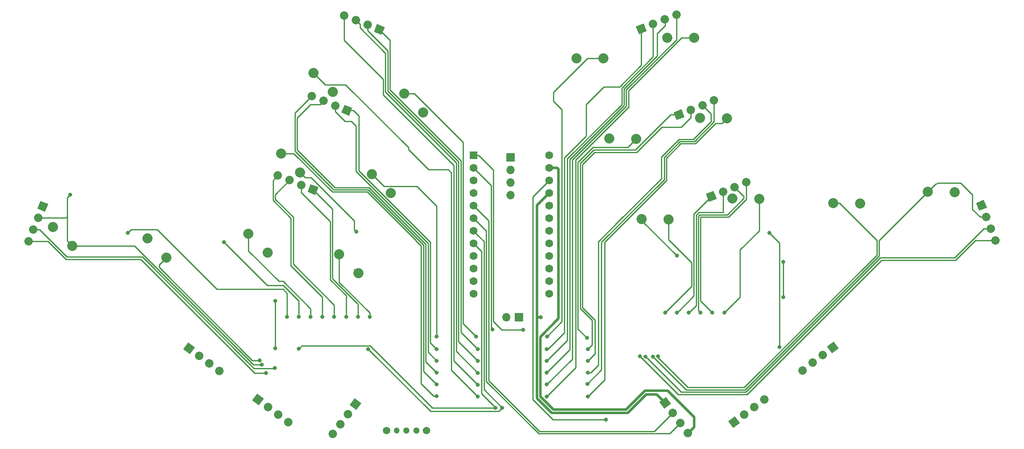
<source format=gbr>
G04 #@! TF.GenerationSoftware,KiCad,Pcbnew,(5.1.4)-1*
G04 #@! TF.CreationDate,2022-12-17T19:56:19-05:00*
G04 #@! TF.ProjectId,ThumbsUp,5468756d-6273-4557-902e-6b696361645f,rev?*
G04 #@! TF.SameCoordinates,Original*
G04 #@! TF.FileFunction,Copper,L1,Top*
G04 #@! TF.FilePolarity,Positive*
%FSLAX46Y46*%
G04 Gerber Fmt 4.6, Leading zero omitted, Abs format (unit mm)*
G04 Created by KiCad (PCBNEW (5.1.4)-1) date 2022-12-17 19:56:19*
%MOMM*%
%LPD*%
G04 APERTURE LIST*
%ADD10O,1.700000X1.700000*%
%ADD11R,1.700000X1.700000*%
%ADD12C,1.500000*%
%ADD13C,1.200000*%
%ADD14C,1.300000*%
%ADD15C,1.600000*%
%ADD16R,1.600000X1.600000*%
%ADD17C,1.700000*%
%ADD18C,1.700000*%
%ADD19C,0.100000*%
%ADD20C,2.032000*%
%ADD21C,0.800000*%
%ADD22C,0.508000*%
%ADD23C,0.250000*%
%ADD24C,0.254000*%
G04 APERTURE END LIST*
D10*
X145810000Y-204880000D03*
D11*
X148350000Y-204880000D03*
D12*
X121690000Y-227750000D03*
X129690000Y-227750000D03*
D13*
X123690000Y-227750000D03*
D14*
X125690000Y-227750000D03*
X127690000Y-227750000D03*
D15*
X154432000Y-172212000D03*
X154432000Y-174752000D03*
X154432000Y-177292000D03*
X154432000Y-179832000D03*
X154432000Y-182372000D03*
X154432000Y-184912000D03*
X154432000Y-187452000D03*
X154432000Y-189992000D03*
X154432000Y-192532000D03*
X154432000Y-195072000D03*
X154432000Y-197612000D03*
X154432000Y-200152000D03*
X139192000Y-200152000D03*
X139192000Y-197612000D03*
X139192000Y-195072000D03*
X139192000Y-192532000D03*
X139192000Y-189992000D03*
X139192000Y-187452000D03*
X139192000Y-184912000D03*
X139192000Y-182372000D03*
X139192000Y-179832000D03*
X139192000Y-177292000D03*
X139192000Y-174752000D03*
D16*
X139192000Y-172212000D03*
D17*
X194165141Y-177645498D03*
D18*
X194165141Y-177645498D02*
X194165141Y-177645498D01*
D17*
X191810094Y-178596999D03*
D18*
X191810094Y-178596999D02*
X191810094Y-178596999D01*
D17*
X189455047Y-179548499D03*
D18*
X189455047Y-179548499D02*
X189455047Y-179548499D01*
D17*
X187100000Y-180500000D03*
D19*
G36*
X188206522Y-180969691D02*
G01*
X186630309Y-181606522D01*
X185993478Y-180030309D01*
X187569691Y-179393478D01*
X188206522Y-180969691D01*
X188206522Y-180969691D01*
G37*
D17*
X241528381Y-182311090D03*
D19*
G36*
X241058690Y-183417612D02*
G01*
X240421859Y-181841399D01*
X241998072Y-181204568D01*
X242634903Y-182780781D01*
X241058690Y-183417612D01*
X241058690Y-183417612D01*
G37*
D17*
X242479882Y-184666137D03*
D18*
X242479882Y-184666137D02*
X242479882Y-184666137D01*
D17*
X243431382Y-187021184D03*
D18*
X243431382Y-187021184D02*
X243431382Y-187021184D01*
D17*
X244382883Y-189376231D03*
D18*
X244382883Y-189376231D02*
X244382883Y-189376231D01*
D17*
X172994345Y-146690649D03*
D19*
G36*
X174100867Y-147160340D02*
G01*
X172524654Y-147797171D01*
X171887823Y-146220958D01*
X173464036Y-145584127D01*
X174100867Y-147160340D01*
X174100867Y-147160340D01*
G37*
D17*
X175349392Y-145739148D03*
D18*
X175349392Y-145739148D02*
X175349392Y-145739148D01*
D17*
X177704439Y-144787648D03*
D18*
X177704439Y-144787648D02*
X177704439Y-144787648D01*
D17*
X180059486Y-143836147D03*
D18*
X180059486Y-143836147D02*
X180059486Y-143836147D01*
D17*
X180600000Y-164000000D03*
D19*
G36*
X181706522Y-164469691D02*
G01*
X180130309Y-165106522D01*
X179493478Y-163530309D01*
X181069691Y-162893478D01*
X181706522Y-164469691D01*
X181706522Y-164469691D01*
G37*
D17*
X182955047Y-163048499D03*
D18*
X182955047Y-163048499D02*
X182955047Y-163048499D01*
D17*
X185310094Y-162096999D03*
D18*
X185310094Y-162096999D02*
X185310094Y-162096999D01*
D17*
X187665141Y-161145498D03*
D18*
X187665141Y-161145498D02*
X187665141Y-161145498D01*
D17*
X182393643Y-228262834D03*
D18*
X182393643Y-228262834D02*
X182393643Y-228262834D01*
D17*
X180865033Y-226234299D03*
D18*
X180865033Y-226234299D02*
X180865033Y-226234299D01*
D17*
X179336423Y-224205765D03*
D18*
X179336423Y-224205765D02*
X179336423Y-224205765D01*
D17*
X177807813Y-222177231D03*
D19*
G36*
X177640516Y-223367614D02*
G01*
X176617430Y-222009934D01*
X177975110Y-220986848D01*
X178998196Y-222344528D01*
X177640516Y-223367614D01*
X177640516Y-223367614D01*
G37*
D20*
X236133916Y-179637189D03*
X230711323Y-179563136D03*
X183659694Y-148529216D03*
X178237101Y-148455163D03*
X190215309Y-164754933D03*
X184792716Y-164680880D03*
X196770924Y-180980651D03*
X191348331Y-180906598D03*
X217107982Y-181931492D03*
X211685389Y-181857439D03*
D17*
X205515141Y-215597906D03*
D18*
X205515141Y-215597906D02*
X205515141Y-215597906D01*
D17*
X207543676Y-214069296D03*
D18*
X207543676Y-214069296D02*
X207543676Y-214069296D01*
D17*
X209572210Y-212540686D03*
D18*
X209572210Y-212540686D02*
X209572210Y-212540686D01*
D17*
X211600744Y-211012076D03*
D19*
G36*
X210410361Y-210844779D02*
G01*
X211768041Y-209821693D01*
X212791127Y-211179373D01*
X211433447Y-212202459D01*
X210410361Y-210844779D01*
X210410361Y-210844779D01*
G37*
D17*
X87992618Y-215751511D03*
D18*
X87992618Y-215751511D02*
X87992618Y-215751511D01*
D17*
X85964083Y-214222901D03*
D18*
X85964083Y-214222901D02*
X85964083Y-214222901D01*
D17*
X83935549Y-212694291D03*
D18*
X83935549Y-212694291D02*
X83935549Y-212694291D01*
D17*
X81907015Y-211165681D03*
D19*
G36*
X82074312Y-212356064D02*
G01*
X80716632Y-211332978D01*
X81739718Y-209975298D01*
X83097398Y-210998384D01*
X82074312Y-212356064D01*
X82074312Y-212356064D01*
G37*
D17*
X52395205Y-182503276D03*
D19*
G36*
X51288683Y-182972967D02*
G01*
X51925514Y-181396754D01*
X53501727Y-182033585D01*
X52864896Y-183609798D01*
X51288683Y-182972967D01*
X51288683Y-182972967D01*
G37*
D17*
X51443704Y-184858323D03*
D18*
X51443704Y-184858323D02*
X51443704Y-184858323D01*
D17*
X50492204Y-187213370D03*
D18*
X50492204Y-187213370D02*
X50492204Y-187213370D01*
D17*
X49540703Y-189568417D03*
D18*
X49540703Y-189568417D02*
X49540703Y-189568417D01*
D17*
X120197799Y-146824591D03*
D19*
G36*
X119728108Y-145718069D02*
G01*
X121304321Y-146354900D01*
X120667490Y-147931113D01*
X119091277Y-147294282D01*
X119728108Y-145718069D01*
X119728108Y-145718069D01*
G37*
D17*
X117842752Y-145873090D03*
D18*
X117842752Y-145873090D02*
X117842752Y-145873090D01*
D17*
X115487705Y-144921590D03*
D18*
X115487705Y-144921590D02*
X115487705Y-144921590D01*
D17*
X113132658Y-143970089D03*
D18*
X113132658Y-143970089D02*
X113132658Y-143970089D01*
D17*
X113658765Y-163138249D03*
D19*
G36*
X113189074Y-162031727D02*
G01*
X114765287Y-162668558D01*
X114128456Y-164244771D01*
X112552243Y-163607940D01*
X113189074Y-162031727D01*
X113189074Y-162031727D01*
G37*
D17*
X111303718Y-162186748D03*
D18*
X111303718Y-162186748D02*
X111303718Y-162186748D01*
D17*
X108948671Y-161235248D03*
D18*
X108948671Y-161235248D02*
X108948671Y-161235248D01*
D17*
X106593624Y-160283747D03*
D18*
X106593624Y-160283747D02*
X106593624Y-160283747D01*
D17*
X99778867Y-176283747D03*
D18*
X99778867Y-176283747D02*
X99778867Y-176283747D01*
D17*
X102133914Y-177235248D03*
D18*
X102133914Y-177235248D02*
X102133914Y-177235248D01*
D17*
X104488961Y-178186748D03*
D18*
X104488961Y-178186748D02*
X104488961Y-178186748D01*
D17*
X106844008Y-179138249D03*
D19*
G36*
X106374317Y-178031727D02*
G01*
X107950530Y-178668558D01*
X107313699Y-180244771D01*
X105737486Y-179607940D01*
X106374317Y-178031727D01*
X106374317Y-178031727D01*
G37*
D20*
X106945799Y-155599240D03*
X110795044Y-159419359D03*
X171938588Y-168903604D03*
X166515995Y-168829551D03*
X54471576Y-186707213D03*
X58320821Y-190527332D03*
X73497510Y-189001516D03*
X77346755Y-192821635D03*
X93834568Y-188050675D03*
X97683813Y-191870794D03*
X178494203Y-185129321D03*
X173071610Y-185055268D03*
X125222520Y-159747910D03*
X129071765Y-163568029D03*
X112111289Y-192199345D03*
X115960534Y-196019464D03*
X118666904Y-175973628D03*
X122516149Y-179793747D03*
X165382973Y-152677886D03*
X159960380Y-152603833D03*
X100390183Y-171824957D03*
X104239428Y-175645076D03*
D17*
X101828320Y-226087050D03*
D18*
X101828320Y-226087050D02*
X101828320Y-226087050D01*
D17*
X99799785Y-224558440D03*
D18*
X99799785Y-224558440D02*
X99799785Y-224558440D01*
D17*
X97771251Y-223029830D03*
D18*
X97771251Y-223029830D02*
X97771251Y-223029830D01*
D17*
X95742717Y-221501220D03*
D19*
G36*
X95910014Y-222691603D02*
G01*
X94552334Y-221668517D01*
X95575420Y-220310837D01*
X96933100Y-221333923D01*
X95910014Y-222691603D01*
X95910014Y-222691603D01*
G37*
D11*
X146658765Y-172638249D03*
D10*
X146658765Y-175178249D03*
X146658765Y-177718249D03*
X146658765Y-180258249D03*
D17*
X191716901Y-226026163D03*
D19*
G36*
X192907284Y-226193460D02*
G01*
X191549604Y-227216546D01*
X190526518Y-225858866D01*
X191884198Y-224835780D01*
X192907284Y-226193460D01*
X192907284Y-226193460D01*
G37*
D17*
X193745435Y-224497553D03*
D18*
X193745435Y-224497553D02*
X193745435Y-224497553D01*
D17*
X195773969Y-222968943D03*
D18*
X195773969Y-222968943D02*
X195773969Y-222968943D01*
D17*
X197802504Y-221440333D03*
D18*
X197802504Y-221440333D02*
X197802504Y-221440333D01*
D17*
X110834284Y-228461436D03*
D18*
X110834284Y-228461436D02*
X110834284Y-228461436D01*
D17*
X112362894Y-226432901D03*
D18*
X112362894Y-226432901D02*
X112362894Y-226432901D01*
D17*
X113891504Y-224404367D03*
D18*
X113891504Y-224404367D02*
X113891504Y-224404367D01*
D17*
X115420114Y-222375833D03*
D19*
G36*
X114229731Y-222543130D02*
G01*
X115252817Y-221185450D01*
X116610497Y-222208536D01*
X115587411Y-223566216D01*
X114229731Y-222543130D01*
X114229731Y-222543130D01*
G37*
D21*
X140072750Y-218491500D03*
X149225000Y-207391000D03*
X140072750Y-216110250D03*
X140072750Y-213729000D03*
X140072750Y-211347750D03*
X131760500Y-218446750D03*
X142980000Y-207320000D03*
X131760500Y-216065500D03*
X131760500Y-213684250D03*
X131760500Y-211303000D03*
X108743750Y-204787500D03*
X117983000Y-211328000D03*
X144980013Y-223163491D03*
X111125000Y-204787500D03*
X113506250Y-204787500D03*
X115887500Y-204787500D03*
X88900000Y-189706250D03*
X103981250Y-204787500D03*
X104013004Y-211201000D03*
X143637002Y-223139000D03*
X69550000Y-187850000D03*
X101600000Y-204787500D03*
X140072750Y-220872750D03*
X131760500Y-220828000D03*
X106362500Y-204787500D03*
X139700000Y-208756250D03*
X131762500Y-208756250D03*
X118268750Y-204787500D03*
X153987500Y-208756250D03*
X162052000Y-209073750D03*
X177800000Y-203993750D03*
X153942500Y-220852750D03*
X162233750Y-220854000D03*
X189706250Y-203993750D03*
X153942500Y-218471500D03*
X153942500Y-216090250D03*
X153942500Y-213709000D03*
X153942500Y-211327750D03*
X162117966Y-218356965D03*
X162233750Y-216091500D03*
X162233750Y-213710250D03*
X162233750Y-211329000D03*
X187283098Y-203951848D03*
X184943750Y-203993750D03*
X184943750Y-203993750D03*
X182562500Y-203993750D03*
X180181250Y-203993750D03*
X96080000Y-213570000D03*
X57900000Y-180200000D03*
X96500000Y-214492990D03*
X99187000Y-215138000D03*
X97409042Y-216154000D03*
X99218750Y-201612500D03*
X99218750Y-211137500D03*
X115570000Y-187579000D03*
X198823946Y-187873946D03*
X200818750Y-210901515D03*
X180150002Y-192450000D03*
X201612500Y-193675000D03*
X201612500Y-200818750D03*
X176338135Y-212768953D03*
X175341773Y-212854314D03*
X173863000Y-212820299D03*
X172754566Y-212789862D03*
X152780000Y-204890000D03*
X165862000Y-225551966D03*
D22*
X183642000Y-227076000D02*
X182455166Y-228262834D01*
X182455166Y-228262834D02*
X182393643Y-228262834D01*
X173736000Y-219710000D02*
X178308000Y-219710000D01*
X155253672Y-223520000D02*
X169926000Y-223520000D01*
X156083000Y-174752000D02*
X156337000Y-175006000D01*
X154432000Y-174752000D02*
X156083000Y-174752000D01*
X183642000Y-225044000D02*
X183642000Y-227076000D01*
X156337000Y-175006000D02*
X156337000Y-205142828D01*
X169926000Y-223520000D02*
X173736000Y-219710000D01*
X156337000Y-205142828D02*
X152654000Y-208825828D01*
X152654000Y-208825828D02*
X152654000Y-220920328D01*
X178308000Y-219710000D02*
X183642000Y-225044000D01*
X152654000Y-220920328D02*
X155253672Y-223520000D01*
D23*
X113132658Y-145172170D02*
X113132658Y-143970089D01*
X135228761Y-175868761D02*
X135255000Y-175842522D01*
X135255000Y-175842522D02*
X135255000Y-174244000D01*
X135255000Y-174244000D02*
X120993737Y-159982737D01*
X120993737Y-159982737D02*
X120993737Y-156892837D01*
X120993737Y-156892837D02*
X113132658Y-149031758D01*
X113132658Y-149031758D02*
X113132658Y-145172170D01*
D24*
X135255000Y-213673750D02*
X135255000Y-175868761D01*
X140072750Y-218491500D02*
X135255000Y-213673750D01*
X140246000Y-172212000D02*
X139192000Y-172212000D01*
X143180000Y-175146000D02*
X140246000Y-172212000D01*
X143180000Y-205720000D02*
X143180000Y-175146000D01*
X149225000Y-207391000D02*
X144851000Y-207391000D01*
X144851000Y-207391000D02*
X143180000Y-205720000D01*
D23*
X116337704Y-145771589D02*
X115487705Y-144921590D01*
X121443748Y-151606248D02*
X116337704Y-146500204D01*
X116337704Y-146500204D02*
X116337704Y-145771589D01*
X121443748Y-159386409D02*
X121443748Y-151606248D01*
D24*
X135709010Y-173686248D02*
X121445747Y-159422985D01*
X135709010Y-211746510D02*
X135709010Y-173686248D01*
X140072750Y-216110250D02*
X135709010Y-211746510D01*
D23*
X117842752Y-147075171D02*
X117842752Y-145873090D01*
X121893759Y-151126178D02*
X117842752Y-147075171D01*
X121893759Y-159231759D02*
X121893759Y-151126178D01*
X136144000Y-173482000D02*
X121893759Y-159231759D01*
X136144000Y-173545500D02*
X136144000Y-173482000D01*
D24*
X139672751Y-213329001D02*
X140072750Y-213729000D01*
X136163021Y-173564521D02*
X136163021Y-209819271D01*
X136144000Y-173545500D02*
X136163021Y-173564521D01*
X136163021Y-209819271D02*
X139672751Y-213329001D01*
D23*
X122343770Y-153938979D02*
X122343770Y-148970562D01*
X122343770Y-148970562D02*
X120921456Y-147548248D01*
X120921456Y-147548248D02*
X120197799Y-146824591D01*
D24*
X136617032Y-173275264D02*
X122345769Y-159004001D01*
X140072750Y-211347750D02*
X136617032Y-207892032D01*
X122345769Y-159004001D02*
X122345769Y-153938979D01*
X136617032Y-207892032D02*
X136617032Y-173275264D01*
D23*
X105743625Y-161133746D02*
X106593624Y-160283747D01*
X103187500Y-163689871D02*
X105743625Y-161133746D01*
X103187500Y-171392822D02*
X103187500Y-163689871D01*
X110806689Y-179012011D02*
X103187500Y-171392822D01*
D24*
X129105010Y-190326078D02*
X117921943Y-179143011D01*
X110940516Y-179143011D02*
X110807103Y-179009598D01*
X131760500Y-218446750D02*
X129105010Y-215791260D01*
X117921943Y-179143011D02*
X110940516Y-179143011D01*
X129105010Y-215791260D02*
X129105010Y-190326078D01*
X142710000Y-207050000D02*
X142980000Y-207320000D01*
X139192000Y-174752000D02*
X142710000Y-178270000D01*
X142710000Y-178270000D02*
X142710000Y-207050000D01*
D23*
X108258919Y-161925000D02*
X108948671Y-161235248D01*
X109855000Y-177292000D02*
X109823250Y-177292000D01*
X110998000Y-178435000D02*
X109855000Y-177292000D01*
X109823250Y-177292000D02*
X103637510Y-171106260D01*
X103637510Y-171106260D02*
X103637510Y-164649990D01*
X103637510Y-164649990D02*
X106362500Y-161925000D01*
X106362500Y-161925000D02*
X108258919Y-161925000D01*
D24*
X129559020Y-190138020D02*
X118110000Y-178689000D01*
X131760500Y-216065500D02*
X129559020Y-213864020D01*
X118110000Y-178689000D02*
X111252000Y-178689000D01*
X129559020Y-213864020D02*
X129559020Y-190138020D01*
X111252000Y-178689000D02*
X110998000Y-178435000D01*
D23*
X111303718Y-163388829D02*
X111303718Y-162186748D01*
X112484670Y-164569781D02*
X111303718Y-163388829D01*
D24*
X113268889Y-165354000D02*
X112484670Y-164569781D01*
X130013031Y-211936781D02*
X130013030Y-189949963D01*
X131760500Y-213684250D02*
X130013031Y-211936781D01*
X130013030Y-189949963D02*
X115499183Y-175436116D01*
X115499183Y-166299183D02*
X114554000Y-165354000D01*
X115499183Y-175436116D02*
X115499183Y-166299183D01*
X114554000Y-165354000D02*
X113268889Y-165354000D01*
D23*
X114675519Y-163138249D02*
X113658765Y-163138249D01*
D24*
X116078000Y-164211000D02*
X115005249Y-163138249D01*
X131760500Y-211303000D02*
X130467041Y-210009541D01*
X130467041Y-210009541D02*
X130467041Y-189776041D01*
X130467041Y-189776041D02*
X130467039Y-189776039D01*
X130467039Y-189776039D02*
X130467039Y-189761405D01*
X130467039Y-189761405D02*
X116078000Y-175372366D01*
X115005249Y-163138249D02*
X113658765Y-163138249D01*
X116078000Y-175372366D02*
X116078000Y-164211000D01*
D23*
X108743750Y-204221815D02*
X108743750Y-204787500D01*
X98768739Y-177293875D02*
X98768739Y-181240070D01*
X99778867Y-176283747D02*
X98768739Y-177293875D01*
X98768739Y-181240070D02*
X102393750Y-184865081D01*
X102393750Y-184865081D02*
X102393750Y-194468750D01*
X102393750Y-194468750D02*
X108743750Y-200818750D01*
X108743750Y-200818750D02*
X108743750Y-204221815D01*
D24*
X144277503Y-223866001D02*
X144980013Y-223163491D01*
X117983000Y-211328000D02*
X130521001Y-223866001D01*
X130521001Y-223866001D02*
X144277503Y-223866001D01*
X144980011Y-223163493D02*
X141285989Y-219469471D01*
X139991999Y-188251999D02*
X139192000Y-187452000D01*
X141285989Y-189545989D02*
X139991999Y-188251999D01*
X141285989Y-219469471D02*
X141285989Y-189545989D01*
D23*
X111125000Y-202406250D02*
X111125000Y-204221815D01*
X102133914Y-177235248D02*
X99218750Y-180150412D01*
X111125000Y-204221815D02*
X111125000Y-204787500D01*
X102843761Y-184678681D02*
X102843761Y-194125011D01*
X102843761Y-194125011D02*
X111125000Y-202406250D01*
X99218750Y-181053671D02*
X102843761Y-184678681D01*
X99218750Y-180150412D02*
X99218750Y-181053671D01*
X113506250Y-200504071D02*
X113506250Y-204221815D01*
X110320277Y-197318098D02*
X113506250Y-200504071D01*
X110320277Y-185585322D02*
X110320277Y-197318098D01*
X104488961Y-179754006D02*
X110320277Y-185585322D01*
X113506250Y-204221815D02*
X113506250Y-204787500D01*
X104488961Y-178186748D02*
X104488961Y-179754006D01*
X110770288Y-183064529D02*
X110770288Y-197131698D01*
X110770288Y-197131698D02*
X115887500Y-202248910D01*
X115887500Y-202248910D02*
X115887500Y-204221815D01*
X106844008Y-179138249D02*
X110770288Y-183064529D01*
X115887500Y-204221815D02*
X115887500Y-204787500D01*
X103981250Y-201612500D02*
X103981250Y-204787500D01*
X100806250Y-198437500D02*
X103981250Y-201612500D01*
X97631250Y-198437500D02*
X100806250Y-198437500D01*
X88900000Y-189706250D02*
X97631250Y-198437500D01*
D24*
X130869964Y-223139000D02*
X143071317Y-223139000D01*
X143071317Y-223139000D02*
X143637002Y-223139000D01*
X104613006Y-210600998D02*
X118331962Y-210600998D01*
X118331962Y-210600998D02*
X130869964Y-223139000D01*
X104013004Y-211201000D02*
X104613006Y-210600998D01*
X140831978Y-191631978D02*
X140831978Y-220333976D01*
X140831978Y-220333976D02*
X143237003Y-222739001D01*
X143237003Y-222739001D02*
X143637002Y-223139000D01*
X139192000Y-189992000D02*
X140831978Y-191631978D01*
D23*
X101600000Y-204221815D02*
X101600000Y-204787500D01*
X70202000Y-187198000D02*
X75438000Y-187198000D01*
X69550000Y-187850000D02*
X70202000Y-187198000D01*
X75438000Y-187198000D02*
X87471250Y-199231250D01*
X87471250Y-199231250D02*
X100806250Y-199231250D01*
X100806250Y-199231250D02*
X101600000Y-200025000D01*
X101600000Y-200025000D02*
X101600000Y-204221815D01*
X107961798Y-156615239D02*
X106945799Y-155599240D01*
X126079236Y-170631619D02*
X113403867Y-157956250D01*
X113403867Y-157956250D02*
X109302809Y-157956250D01*
X109302809Y-157956250D02*
X107961798Y-156615239D01*
D24*
X126079236Y-171037236D02*
X126079236Y-170631619D01*
X130143784Y-175101784D02*
X126079236Y-171037236D01*
X134080784Y-175101784D02*
X130143784Y-175101784D01*
X134747000Y-175768000D02*
X134080784Y-175101784D01*
X140072750Y-220872750D02*
X134747000Y-215547000D01*
X134747000Y-215547000D02*
X134747000Y-175768000D01*
D23*
X101827023Y-171824957D02*
X100390183Y-171824957D01*
X102983224Y-171824957D02*
X101827023Y-171824957D01*
X110753288Y-179595021D02*
X102983224Y-171824957D01*
X117734713Y-179595021D02*
X110753288Y-179595021D01*
X127554215Y-189414523D02*
X117734713Y-179595021D01*
D24*
X128651000Y-190514134D02*
X127552802Y-189415936D01*
X128651000Y-218284185D02*
X128651000Y-190514134D01*
X131760500Y-220828000D02*
X131194815Y-220828000D01*
X131194815Y-220828000D02*
X128651000Y-218284185D01*
D23*
X106362500Y-203200000D02*
X106362500Y-204787500D01*
X100806250Y-197643750D02*
X106362500Y-203200000D01*
X100012500Y-197643750D02*
X100806250Y-197643750D01*
X93834568Y-188050675D02*
X93834568Y-191465818D01*
X93834568Y-191465818D02*
X100012500Y-197643750D01*
D24*
X137071043Y-206127293D02*
X137071043Y-169579665D01*
X126659360Y-159747910D02*
X125222520Y-159747910D01*
X127239288Y-159747910D02*
X126659360Y-159747910D01*
X137071043Y-169579665D02*
X127239288Y-159747910D01*
X139700000Y-208756250D02*
X137071043Y-206127293D01*
X119682903Y-176989627D02*
X118666904Y-175973628D01*
X121144022Y-178450746D02*
X119682903Y-176989627D01*
X127777746Y-178450746D02*
X121144022Y-178450746D01*
X131762500Y-182435500D02*
X127777746Y-178450746D01*
X131762500Y-208756250D02*
X131762500Y-182435500D01*
D23*
X118268750Y-204221815D02*
X118268750Y-204787500D01*
X118268750Y-203993750D02*
X118268750Y-204221815D01*
X112111289Y-192199345D02*
X112111289Y-197836289D01*
X112111289Y-197836289D02*
X118268750Y-203993750D01*
D24*
X163946133Y-152677886D02*
X165382973Y-152677886D01*
X156972000Y-205771750D02*
X156972000Y-162941000D01*
X153987500Y-208756250D02*
X156972000Y-205771750D01*
X156972000Y-162941000D02*
X155321000Y-161290000D01*
X155321000Y-161290000D02*
X155321000Y-159512000D01*
X155321000Y-159512000D02*
X162155114Y-152677886D01*
X162155114Y-152677886D02*
X163946133Y-152677886D01*
X162052000Y-209073750D02*
X160220011Y-207241761D01*
X170227203Y-170614989D02*
X170922589Y-169919603D01*
X170922589Y-169919603D02*
X171938588Y-168903604D01*
X163253875Y-170614989D02*
X170227203Y-170614989D01*
X160220011Y-173648853D02*
X163253875Y-170614989D01*
X160220011Y-207241761D02*
X160220011Y-173648853D01*
D23*
X178494203Y-189244203D02*
X178494203Y-185129321D01*
X180100000Y-190850000D02*
X178494203Y-189244203D01*
X183134000Y-198659750D02*
X177800000Y-203993750D01*
X183134000Y-193884000D02*
X183134000Y-198659750D01*
X180100000Y-190850000D02*
X183134000Y-193884000D01*
X182222854Y-148529216D02*
X183659694Y-148529216D01*
X181064103Y-148529216D02*
X182222854Y-148529216D01*
X170418783Y-159174536D02*
X181064103Y-148529216D01*
D24*
X170418783Y-162487027D02*
X170418783Y-162448217D01*
X159766000Y-173139810D02*
X170418783Y-162487027D01*
X159766000Y-215029250D02*
X159766000Y-173139810D01*
X153942500Y-220852750D02*
X159766000Y-215029250D01*
D23*
X170418783Y-162572395D02*
X170418783Y-162448217D01*
X170418783Y-162448217D02*
X170418783Y-159174536D01*
D24*
X165608000Y-189741533D02*
X178056000Y-177293532D01*
X162233750Y-220854000D02*
X165608000Y-217479750D01*
X165608000Y-217479750D02*
X165608000Y-189741533D01*
D23*
X180975000Y-169862500D02*
X183888816Y-169862500D01*
X178054000Y-172783500D02*
X180975000Y-169862500D01*
X183888816Y-169862500D02*
X187980384Y-165770932D01*
X187980384Y-165770932D02*
X189199310Y-165770932D01*
X189199310Y-165770932D02*
X190215309Y-164754933D01*
D24*
X178055999Y-172785499D02*
X178055999Y-172784328D01*
X178056000Y-177293532D02*
X178055999Y-172785499D01*
D23*
X196770924Y-182417491D02*
X196770924Y-180980651D01*
X196770924Y-187404076D02*
X196770924Y-182417491D01*
X192881250Y-191293750D02*
X196770924Y-187404076D01*
X189706250Y-203993750D02*
X192881250Y-200818750D01*
X192881250Y-200818750D02*
X192881250Y-191293750D01*
X180059486Y-145038228D02*
X180059486Y-143836147D01*
X180059486Y-148897422D02*
X180059486Y-145038228D01*
X169968772Y-158988136D02*
X180059486Y-148897422D01*
X169968772Y-162297800D02*
X169968772Y-158988136D01*
X159093739Y-173172833D02*
X169968772Y-162297800D01*
D24*
X159095153Y-173179901D02*
X159095153Y-173174246D01*
X153942500Y-218471500D02*
X159095153Y-213318847D01*
X159095153Y-213318847D02*
X159095153Y-173179901D01*
D23*
X177800000Y-144883209D02*
X177704439Y-144787648D01*
X177800000Y-146050000D02*
X177800000Y-144883209D01*
X176212500Y-147637500D02*
X177800000Y-146050000D01*
X158643732Y-172986428D02*
X169518761Y-162111400D01*
X169518761Y-162111400D02*
X169518761Y-158801738D01*
X169518761Y-158801738D02*
X176212500Y-152107999D01*
X176212500Y-152107999D02*
X176212500Y-147637500D01*
D24*
X158623000Y-173009988D02*
X158645146Y-172987842D01*
X153942500Y-216090250D02*
X158623000Y-211409750D01*
X158623000Y-211409750D02*
X158623000Y-173009988D01*
D23*
X175349392Y-146941229D02*
X175349392Y-145739148D01*
X175349392Y-152334697D02*
X175349392Y-146941229D01*
X169068750Y-158615339D02*
X175349392Y-152334697D01*
X169068750Y-161925000D02*
X169068750Y-158615339D01*
D24*
X158191723Y-172799199D02*
X169066751Y-161924172D01*
X158115000Y-172875922D02*
X158191723Y-172799199D01*
X153942500Y-213709000D02*
X158115000Y-209536500D01*
X158115000Y-209536500D02*
X158115000Y-172875922D01*
D23*
X161925000Y-166687500D02*
X161925000Y-166624000D01*
X172994345Y-147707403D02*
X172994345Y-146690649D01*
X172994345Y-154030655D02*
X172994345Y-147707403D01*
X168656000Y-158369000D02*
X172994345Y-154030655D01*
X165481000Y-158369000D02*
X168656000Y-158369000D01*
X161925000Y-166624000D02*
X161925000Y-161925000D01*
X161925000Y-161925000D02*
X165481000Y-158369000D01*
D24*
X161925000Y-168275000D02*
X161925000Y-166624000D01*
X157480000Y-172720000D02*
X161925000Y-168275000D01*
X157480000Y-208035125D02*
X157480000Y-172720000D01*
X153942500Y-211327750D02*
X154187375Y-211327750D01*
X154187375Y-211327750D02*
X157480000Y-208035125D01*
D23*
X177603989Y-172597100D02*
X177603989Y-176980011D01*
X183702416Y-169412489D02*
X180788600Y-169412489D01*
X187665141Y-165449764D02*
X183702416Y-169412489D01*
X187665141Y-161145498D02*
X187665141Y-165449764D01*
X180788600Y-169412489D02*
X177603989Y-172597100D01*
D24*
X164973000Y-189734465D02*
X177601990Y-177105475D01*
X177601990Y-177105475D02*
X177601990Y-176980011D01*
X164973000Y-215501931D02*
X164973000Y-189734465D01*
X162117966Y-218356965D02*
X164973000Y-215501931D01*
X164338000Y-189611000D02*
X168275000Y-185674000D01*
X164338000Y-214552935D02*
X164338000Y-189611000D01*
X162233750Y-216091500D02*
X162799435Y-216091500D01*
X162799435Y-216091500D02*
X164338000Y-214552935D01*
D23*
X187071000Y-163857905D02*
X185310094Y-162096999D01*
X187071000Y-165407494D02*
X187071000Y-163857905D01*
X168338500Y-185610500D02*
X177038000Y-176911000D01*
X168275000Y-185547000D02*
X168338500Y-185610500D01*
X177038000Y-176911000D02*
X177038000Y-172526678D01*
X177038000Y-172526678D02*
X180602200Y-168962478D01*
X180602200Y-168962478D02*
X183516016Y-168962478D01*
X183516016Y-168962478D02*
X187071000Y-165407494D01*
X182955047Y-164250580D02*
X182955047Y-163048499D01*
X182955047Y-164550114D02*
X182955047Y-164250580D01*
X181008161Y-166497000D02*
X182955047Y-164550114D01*
X172955300Y-170694616D02*
X177152916Y-166497000D01*
X177152916Y-166497000D02*
X181008161Y-166497000D01*
D24*
X163576000Y-171577000D02*
X172072916Y-171577000D01*
X161128033Y-174024967D02*
X163576000Y-171577000D01*
X162233750Y-213710250D02*
X163703000Y-212241000D01*
X163703000Y-212241000D02*
X163703000Y-205486000D01*
X163703000Y-205486000D02*
X161128033Y-202911033D01*
X161128033Y-202911033D02*
X161128033Y-174024967D01*
X172072916Y-171577000D02*
X172955300Y-170694616D01*
X171831000Y-171069000D02*
X178900000Y-164000000D01*
X178900000Y-164000000D02*
X179583246Y-164000000D01*
X163068000Y-205493068D02*
X160674022Y-203099090D01*
X163441932Y-171069000D02*
X171831000Y-171069000D01*
X160674022Y-173836910D02*
X163441932Y-171069000D01*
X163068000Y-210494750D02*
X163068000Y-205493068D01*
X162233750Y-211329000D02*
X163068000Y-210494750D01*
X179583246Y-164000000D02*
X180600000Y-164000000D01*
X160674022Y-203099090D02*
X160674022Y-173836910D01*
D23*
X184943750Y-201612500D02*
X187283098Y-203951848D01*
X184943750Y-184658000D02*
X184943750Y-201612500D01*
X190611121Y-184658000D02*
X184943750Y-184658000D01*
X194165141Y-181103980D02*
X190611121Y-184658000D01*
X194165141Y-177645498D02*
X194165141Y-181103980D01*
X184543751Y-203593751D02*
X184943750Y-203993750D01*
X184493739Y-203543739D02*
X184543751Y-203593751D01*
X184757350Y-184207989D02*
X184493739Y-184471600D01*
X190311584Y-184207989D02*
X184757350Y-184207989D01*
X193675000Y-180461905D02*
X193675000Y-180844573D01*
X193675000Y-180844573D02*
X190311584Y-184207989D01*
X191810094Y-178596999D02*
X193675000Y-180461905D01*
X184493739Y-184471600D02*
X184493739Y-203543739D01*
X182962499Y-203593751D02*
X182562500Y-203993750D01*
X184034022Y-202522228D02*
X182962499Y-203593751D01*
X184034022Y-184294906D02*
X184034022Y-202522228D01*
X184570950Y-183757978D02*
X184034022Y-184294906D01*
X189455047Y-179548499D02*
X189455047Y-183757978D01*
X189455047Y-183757978D02*
X184570950Y-183757978D01*
X187100000Y-180500000D02*
X183584011Y-184015989D01*
X183584011Y-184015989D02*
X183584011Y-200590989D01*
X180581249Y-203593751D02*
X180181250Y-203993750D01*
X183584011Y-200590989D02*
X180581249Y-203593751D01*
D24*
X75840239Y-194328151D02*
X77346755Y-192821635D01*
X75840239Y-194828510D02*
X75840239Y-194328151D01*
D23*
X95514315Y-213570000D02*
X96080000Y-213570000D01*
X94581729Y-213570000D02*
X95514315Y-213570000D01*
X75840239Y-194828510D02*
X94581729Y-213570000D01*
X58320821Y-190527332D02*
X57304822Y-189511333D01*
X57304822Y-180795178D02*
X57900000Y-180200000D01*
X57041677Y-184858323D02*
X57304822Y-184595178D01*
X51443704Y-184858323D02*
X57041677Y-184858323D01*
X57304822Y-189511333D02*
X57304822Y-184595178D01*
X57304822Y-184595178D02*
X57304822Y-180795178D01*
X94860401Y-214492990D02*
X95934315Y-214492990D01*
X95934315Y-214492990D02*
X96500000Y-214492990D01*
X70894743Y-190527332D02*
X94860401Y-214492990D01*
X58320821Y-190527332D02*
X70894743Y-190527332D01*
X50492204Y-187213370D02*
X51705780Y-187213370D01*
X51705780Y-187213370D02*
X57220421Y-192728011D01*
X72459011Y-192728011D02*
X93636261Y-213905261D01*
X57220421Y-192728011D02*
X72459011Y-192728011D01*
D24*
X94030283Y-214302110D02*
X93634262Y-213906089D01*
X94948173Y-215220000D02*
X94030283Y-214302110D01*
X99187000Y-215138000D02*
X99105000Y-215220000D01*
X99105000Y-215220000D02*
X94948173Y-215220000D01*
D23*
X57034022Y-193178022D02*
X72147022Y-193178022D01*
X72147022Y-193178022D02*
X93578272Y-214609272D01*
X53424417Y-189568417D02*
X57034022Y-193178022D01*
X49540703Y-189568417D02*
X53424417Y-189568417D01*
D24*
X95121001Y-216154000D02*
X96843357Y-216154000D01*
X93576273Y-214609272D02*
X95121001Y-216154000D01*
X96843357Y-216154000D02*
X97409042Y-216154000D01*
D23*
X115960534Y-196019464D02*
X115150000Y-195208930D01*
X99218750Y-201612500D02*
X99218750Y-211137500D01*
X104239428Y-175645076D02*
X103550000Y-174955648D01*
D24*
X105255427Y-176661075D02*
X104239428Y-175645076D01*
X106405510Y-176661075D02*
X105255427Y-176661075D01*
X115170001Y-185425566D02*
X106405510Y-176661075D01*
X115170001Y-187179001D02*
X115170001Y-185425566D01*
X115570000Y-187579000D02*
X115170001Y-187179001D01*
D23*
X191856598Y-180906598D02*
X191348331Y-180906598D01*
X198823946Y-187873946D02*
X200818750Y-189868750D01*
X200818750Y-189868750D02*
X200818750Y-210901515D01*
X180150002Y-192133660D02*
X180150002Y-192450000D01*
X201612500Y-193675000D02*
X201612500Y-200818750D01*
D24*
X173071610Y-185371608D02*
X173071610Y-185055268D01*
X180150002Y-192450000D02*
X173071610Y-185371608D01*
D23*
X211757439Y-181857439D02*
X211685389Y-181857439D01*
X220472000Y-192321267D02*
X193743267Y-219050000D01*
X220472000Y-189357000D02*
X220472000Y-192321267D01*
X211685389Y-181857439D02*
X212972439Y-181857439D01*
X212972439Y-181857439D02*
X220472000Y-189357000D01*
D24*
X182345586Y-219048586D02*
X176338135Y-213041135D01*
X176338135Y-213041135D02*
X176338135Y-212768953D01*
X193741853Y-219048586D02*
X182345586Y-219048586D01*
D23*
X231727322Y-178547137D02*
X230711323Y-179563136D01*
X241277801Y-184666137D02*
X239712500Y-183100836D01*
X242479882Y-184666137D02*
X241277801Y-184666137D01*
X239712500Y-183100836D02*
X239712500Y-180181250D01*
X232249551Y-178024908D02*
X231727322Y-178547137D01*
X239712500Y-180181250D02*
X237331250Y-177800000D01*
X237331250Y-177800000D02*
X232806219Y-177800000D01*
X232806219Y-177800000D02*
X232249551Y-178024908D01*
X220922011Y-192507667D02*
X220658400Y-192771278D01*
X220658400Y-192771278D02*
X193904667Y-219525011D01*
X220922011Y-189352448D02*
X220922011Y-192507667D01*
X230711323Y-179563136D02*
X220922011Y-189352448D01*
D24*
X182011057Y-219523598D02*
X175741772Y-213254313D01*
X193903253Y-219523598D02*
X182011057Y-219523598D01*
X175741772Y-213254313D02*
X175341773Y-212854314D01*
D23*
X236108464Y-192881250D02*
X221184839Y-192881250D01*
X243431382Y-187021184D02*
X241968530Y-187021184D01*
X241968530Y-187021184D02*
X236108464Y-192881250D01*
X221184839Y-192881250D02*
X194091067Y-219975022D01*
D24*
X194077435Y-219982999D02*
X181025700Y-219982999D01*
X181025700Y-219982999D02*
X174262999Y-213220298D01*
X174262999Y-213220298D02*
X173863000Y-212820299D01*
X194085412Y-219975022D02*
X194077435Y-219982999D01*
D23*
X240249893Y-189376231D02*
X236294864Y-193331261D01*
X221371239Y-193331261D02*
X194277467Y-220425033D01*
X244382883Y-189376231D02*
X240249893Y-189376231D01*
X236294864Y-193331261D02*
X221371239Y-193331261D01*
D24*
X194277467Y-220425033D02*
X194271470Y-220431030D01*
X173154565Y-213189861D02*
X172754566Y-212789862D01*
X180455703Y-220490999D02*
X173154565Y-213189861D01*
X194398664Y-220306663D02*
X194214328Y-220490999D01*
X194214328Y-220490999D02*
X180455703Y-220490999D01*
D23*
X180865033Y-226234299D02*
X180849484Y-226218750D01*
D24*
X178747355Y-228351977D02*
X180015034Y-227084298D01*
X152278976Y-228351978D02*
X178747355Y-228351977D01*
X180015034Y-227084298D02*
X180865033Y-226234299D01*
X141740000Y-187460000D02*
X141740000Y-217813002D01*
X139192000Y-184912000D02*
X141740000Y-187460000D01*
X141740000Y-217813002D02*
X152278976Y-228351978D01*
X179260188Y-224282000D02*
X179336423Y-224205765D01*
X175644221Y-227897967D02*
X179260188Y-224282000D01*
X152467033Y-227897967D02*
X175644221Y-227897967D01*
X142220000Y-217650934D02*
X152467033Y-227897967D01*
X139192000Y-182372000D02*
X142220000Y-185400000D01*
X142220000Y-185400000D02*
X142220000Y-217650934D01*
D22*
X173990000Y-220472000D02*
X176102582Y-220472000D01*
X170233989Y-224228011D02*
X173990000Y-220472000D01*
X154960405Y-224228011D02*
X170233989Y-224228011D01*
X151945990Y-221213596D02*
X154960405Y-224228011D01*
X154432000Y-179832000D02*
X151945990Y-182318010D01*
X176102582Y-220472000D02*
X177807813Y-222177231D01*
X152090000Y-204890000D02*
X151945990Y-204745990D01*
X152780000Y-204890000D02*
X152090000Y-204890000D01*
X151945990Y-182318010D02*
X151945990Y-204745990D01*
X151945990Y-204745990D02*
X151945990Y-221213596D01*
D24*
X165296315Y-225551966D02*
X165862000Y-225551966D01*
X154432000Y-177292000D02*
X151130000Y-180594000D01*
X155193966Y-225551966D02*
X165296315Y-225551966D01*
X151130000Y-180594000D02*
X151130000Y-221488000D01*
X151130000Y-221488000D02*
X155193966Y-225551966D01*
M02*

</source>
